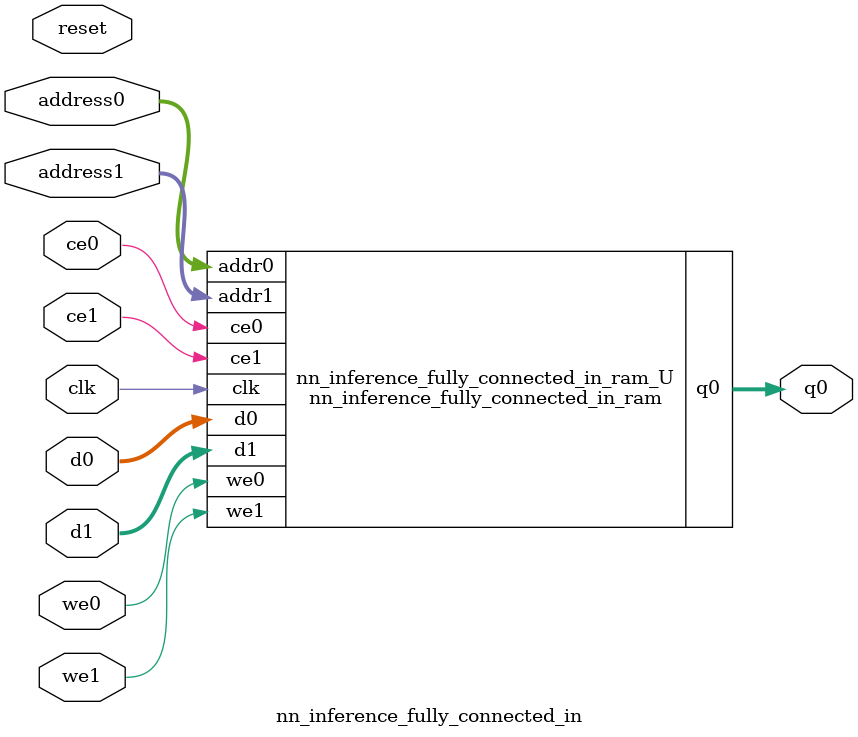
<source format=v>
`timescale 1 ns / 1 ps
module nn_inference_fully_connected_in_ram (addr0, ce0, d0, we0, q0, addr1, ce1, d1, we1,  clk);

parameter DWIDTH = 32;
parameter AWIDTH = 4;
parameter MEM_SIZE = 10;

input[AWIDTH-1:0] addr0;
input ce0;
input[DWIDTH-1:0] d0;
input we0;
output reg[DWIDTH-1:0] q0;
input[AWIDTH-1:0] addr1;
input ce1;
input[DWIDTH-1:0] d1;
input we1;
input clk;

reg [DWIDTH-1:0] ram[0:MEM_SIZE-1];




always @(posedge clk)  
begin 
    if (ce0) begin
        if (we0) 
            ram[addr0] <= d0; 
        q0 <= ram[addr0];
    end
end


always @(posedge clk)  
begin 
    if (ce1) begin
        if (we1) 
            ram[addr1] <= d1; 
    end
end


endmodule

`timescale 1 ns / 1 ps
module nn_inference_fully_connected_in(
    reset,
    clk,
    address0,
    ce0,
    we0,
    d0,
    q0,
    address1,
    ce1,
    we1,
    d1);

parameter DataWidth = 32'd32;
parameter AddressRange = 32'd10;
parameter AddressWidth = 32'd4;
input reset;
input clk;
input[AddressWidth - 1:0] address0;
input ce0;
input we0;
input[DataWidth - 1:0] d0;
output[DataWidth - 1:0] q0;
input[AddressWidth - 1:0] address1;
input ce1;
input we1;
input[DataWidth - 1:0] d1;



nn_inference_fully_connected_in_ram nn_inference_fully_connected_in_ram_U(
    .clk( clk ),
    .addr0( address0 ),
    .ce0( ce0 ),
    .we0( we0 ),
    .d0( d0 ),
    .q0( q0 ),
    .addr1( address1 ),
    .ce1( ce1 ),
    .we1( we1 ),
    .d1( d1 ));

endmodule


</source>
